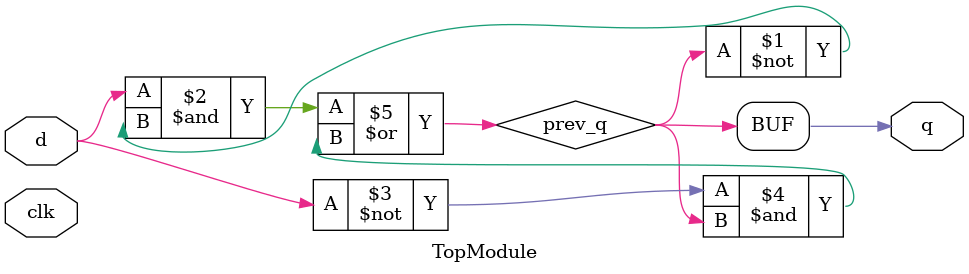
<source format=sv>

module TopModule (
  input clk,
  input d,
  output reg q
);

reg prev_q;

assign prev_q = q;
assign q = (d & ~prev_q) | (~d & prev_q);

endmodule

// VERILOG-EVAL: errant inclusion of module definition

</source>
